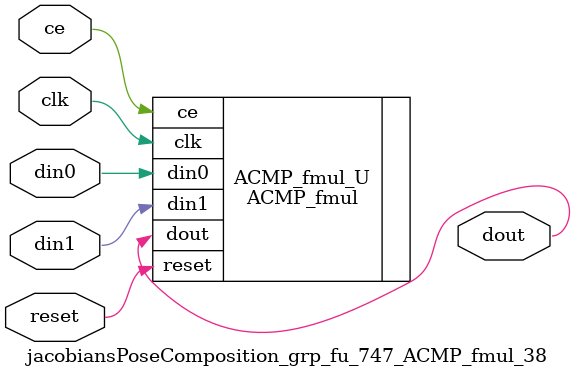
<source format=v>

`timescale 1 ns / 1 ps
module jacobiansPoseComposition_grp_fu_747_ACMP_fmul_38(
    clk,
    reset,
    ce,
    din0,
    din1,
    dout);

parameter ID = 32'd1;
parameter NUM_STAGE = 32'd1;
parameter din0_WIDTH = 32'd1;
parameter din1_WIDTH = 32'd1;
parameter dout_WIDTH = 32'd1;
input clk;
input reset;
input ce;
input[din0_WIDTH - 1:0] din0;
input[din1_WIDTH - 1:0] din1;
output[dout_WIDTH - 1:0] dout;



ACMP_fmul #(
.ID( ID ),
.NUM_STAGE( 4 ),
.din0_WIDTH( din0_WIDTH ),
.din1_WIDTH( din1_WIDTH ),
.dout_WIDTH( dout_WIDTH ))
ACMP_fmul_U(
    .clk( clk ),
    .reset( reset ),
    .ce( ce ),
    .din0( din0 ),
    .din1( din1 ),
    .dout( dout ));

endmodule

</source>
